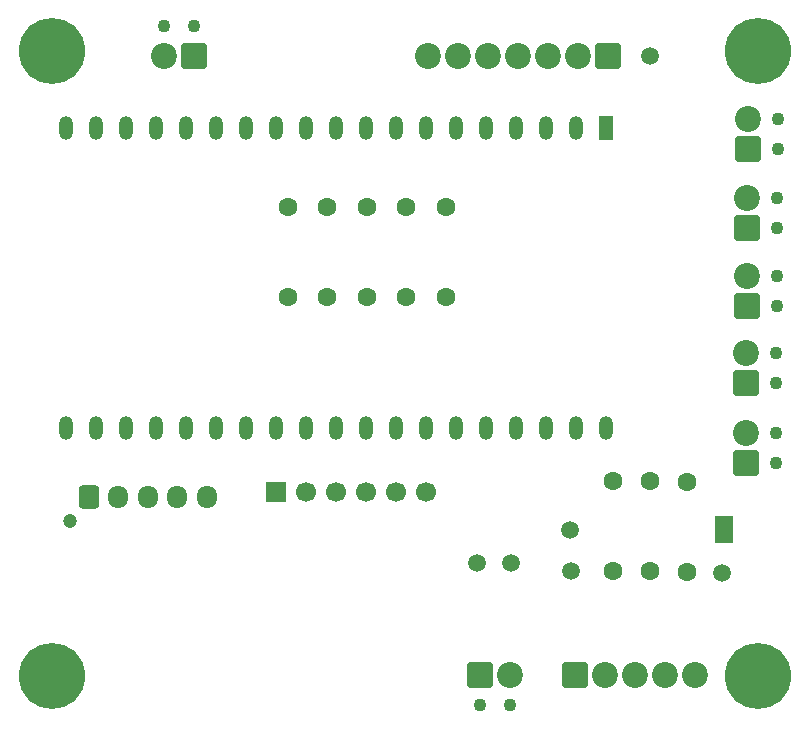
<source format=gbr>
%TF.GenerationSoftware,KiCad,Pcbnew,9.0.3*%
%TF.CreationDate,2026-02-02T13:01:33+02:00*%
%TF.ProjectId,Steering Wheel,53746565-7269-46e6-9720-576865656c2e,rev?*%
%TF.SameCoordinates,Original*%
%TF.FileFunction,Soldermask,Top*%
%TF.FilePolarity,Negative*%
%FSLAX46Y46*%
G04 Gerber Fmt 4.6, Leading zero omitted, Abs format (unit mm)*
G04 Created by KiCad (PCBNEW 9.0.3) date 2026-02-02 13:01:33*
%MOMM*%
%LPD*%
G01*
G04 APERTURE LIST*
G04 Aperture macros list*
%AMRoundRect*
0 Rectangle with rounded corners*
0 $1 Rounding radius*
0 $2 $3 $4 $5 $6 $7 $8 $9 X,Y pos of 4 corners*
0 Add a 4 corners polygon primitive as box body*
4,1,4,$2,$3,$4,$5,$6,$7,$8,$9,$2,$3,0*
0 Add four circle primitives for the rounded corners*
1,1,$1+$1,$2,$3*
1,1,$1+$1,$4,$5*
1,1,$1+$1,$6,$7*
1,1,$1+$1,$8,$9*
0 Add four rect primitives between the rounded corners*
20,1,$1+$1,$2,$3,$4,$5,0*
20,1,$1+$1,$4,$5,$6,$7,0*
20,1,$1+$1,$6,$7,$8,$9,0*
20,1,$1+$1,$8,$9,$2,$3,0*%
G04 Aperture macros list end*
%ADD10R,1.700000X1.700000*%
%ADD11C,1.700000*%
%ADD12C,1.600000*%
%ADD13R,1.200000X2.000000*%
%ADD14O,1.200000X2.000000*%
%ADD15C,1.100000*%
%ADD16RoundRect,0.249999X0.850001X-0.850001X0.850001X0.850001X-0.850001X0.850001X-0.850001X-0.850001X0*%
%ADD17C,2.200000*%
%ADD18C,3.600000*%
%ADD19C,5.600000*%
%ADD20C,1.200000*%
%ADD21RoundRect,0.250000X-0.600000X-0.725000X0.600000X-0.725000X0.600000X0.725000X-0.600000X0.725000X0*%
%ADD22O,1.700000X1.950000*%
%ADD23C,1.500000*%
%ADD24RoundRect,0.249999X0.850001X0.850001X-0.850001X0.850001X-0.850001X-0.850001X0.850001X-0.850001X0*%
%ADD25RoundRect,0.249999X-0.850001X-0.850001X0.850001X-0.850001X0.850001X0.850001X-0.850001X0.850001X0*%
%ADD26R,1.500000X1.000000*%
G04 APERTURE END LIST*
%TO.C,JP1*%
G36*
X121145000Y-86840000D02*
G01*
X119645000Y-86840000D01*
X119645000Y-87140000D01*
X121145000Y-87140000D01*
X121145000Y-86840000D01*
G37*
%TD*%
D10*
%TO.C,J1*%
X82460000Y-83790000D03*
D11*
X85000000Y-83790000D03*
X87540000Y-83790000D03*
X90080000Y-83790000D03*
X92620000Y-83790000D03*
X95160000Y-83790000D03*
%TD*%
D12*
%TO.C,R1*%
X96837500Y-67280000D03*
X96837500Y-59660000D03*
%TD*%
D13*
%TO.C,U2*%
X110433440Y-52990000D03*
D14*
X107893440Y-52990000D03*
X105353440Y-52990000D03*
X102813440Y-52990000D03*
X100273440Y-52990000D03*
X97733440Y-52990000D03*
X95193440Y-52990000D03*
X92653440Y-52990000D03*
X90113440Y-52990000D03*
X87573440Y-52990000D03*
X85033440Y-52990000D03*
X82493440Y-52990000D03*
X79953440Y-52990000D03*
X77413440Y-52990000D03*
X74873440Y-52990000D03*
X72333440Y-52990000D03*
X69793440Y-52990000D03*
X67253440Y-52990000D03*
X64713440Y-52990000D03*
X64716160Y-78386320D03*
X67256160Y-78386320D03*
X69793440Y-78390000D03*
X72333440Y-78390000D03*
X74873440Y-78390000D03*
X77413440Y-78390000D03*
X79953440Y-78390000D03*
X82493440Y-78390000D03*
X85033440Y-78390000D03*
X87573440Y-78390000D03*
X90113440Y-78390000D03*
X92653440Y-78390000D03*
X95193440Y-78390000D03*
X97733440Y-78390000D03*
X100273440Y-78390000D03*
X102813440Y-78390000D03*
X105353440Y-78390000D03*
X107893440Y-78390000D03*
X110433440Y-78390000D03*
%TD*%
D15*
%TO.C,SW2*%
X124940000Y-61460000D03*
X124940000Y-58920000D03*
D16*
X122400000Y-61460000D03*
D17*
X122400000Y-58920000D03*
%TD*%
D18*
%TO.C,H4*%
X63550100Y-99399900D03*
D19*
X63550100Y-99399900D03*
%TD*%
D15*
%TO.C,SW5*%
X124830000Y-81370000D03*
X124830000Y-78830000D03*
D16*
X122290000Y-81370000D03*
D17*
X122290000Y-78830000D03*
%TD*%
D12*
%TO.C,R8*%
X117300000Y-82910000D03*
X117300000Y-90530000D03*
%TD*%
D20*
%TO.C,J5*%
X65010000Y-86220000D03*
D21*
X66610000Y-84220000D03*
D22*
X69110000Y-84220000D03*
X71610000Y-84220000D03*
X74110000Y-84220000D03*
X76610000Y-84220000D03*
%TD*%
D23*
%TO.C,TP3*%
X120265000Y-90670000D03*
%TD*%
D15*
%TO.C,J4*%
X75530000Y-44340000D03*
X72990000Y-44340000D03*
D24*
X75530000Y-46880000D03*
D17*
X72990000Y-46880000D03*
%TD*%
D15*
%TO.C,J2*%
X99750000Y-101840000D03*
X102290000Y-101840000D03*
D25*
X99750000Y-99300000D03*
D17*
X102290000Y-99300000D03*
%TD*%
D26*
%TO.C,JP1*%
X120395000Y-86340000D03*
X120395000Y-87640000D03*
%TD*%
D25*
%TO.C,J3*%
X107800000Y-99300000D03*
D17*
X110340000Y-99300000D03*
X112880000Y-99300000D03*
X115420000Y-99300000D03*
X117960000Y-99300000D03*
%TD*%
D23*
%TO.C,TP1*%
X107435000Y-90460000D03*
%TD*%
%TO.C,TP5*%
X102420000Y-89830000D03*
%TD*%
%TO.C,SW7*%
X114180000Y-46860000D03*
%TD*%
D12*
%TO.C,R3*%
X90150000Y-67280000D03*
X90150000Y-59660000D03*
%TD*%
%TO.C,R6*%
X114155000Y-82870000D03*
X114155000Y-90490000D03*
%TD*%
%TO.C,R4*%
X86806250Y-67280000D03*
X86806250Y-59660000D03*
%TD*%
D15*
%TO.C,SW4*%
X124830000Y-74580000D03*
X124830000Y-72040000D03*
D16*
X122290000Y-74580000D03*
D17*
X122290000Y-72040000D03*
%TD*%
D18*
%TO.C,H3*%
X123329900Y-99399900D03*
D19*
X123329900Y-99399900D03*
%TD*%
D18*
%TO.C,H1*%
X63550100Y-46420100D03*
D19*
X63550100Y-46420100D03*
%TD*%
D12*
%TO.C,R7*%
X110985000Y-82827143D03*
X110985000Y-90447143D03*
%TD*%
D23*
%TO.C,TP4*%
X99520000Y-89800000D03*
%TD*%
D15*
%TO.C,SW3*%
X124880000Y-68010000D03*
X124880000Y-65470000D03*
D16*
X122340000Y-68010000D03*
D17*
X122340000Y-65470000D03*
%TD*%
D15*
%TO.C,SW1*%
X124960000Y-54770000D03*
X124960000Y-52230000D03*
D16*
X122420000Y-54770000D03*
D17*
X122420000Y-52230000D03*
%TD*%
D18*
%TO.C,H2*%
X123329900Y-46420100D03*
D19*
X123329900Y-46420100D03*
%TD*%
D24*
%TO.C,SW6*%
X110610000Y-46880000D03*
D17*
X108070000Y-46880000D03*
X105530000Y-46880000D03*
X102990000Y-46880000D03*
X100450000Y-46880000D03*
X97910000Y-46880000D03*
X95370000Y-46880000D03*
%TD*%
D12*
%TO.C,R2*%
X93493750Y-67280000D03*
X93493750Y-59660000D03*
%TD*%
%TO.C,R5*%
X83462500Y-67280000D03*
X83462500Y-59660000D03*
%TD*%
D23*
%TO.C,TP2*%
X107365000Y-87040000D03*
%TD*%
M02*

</source>
